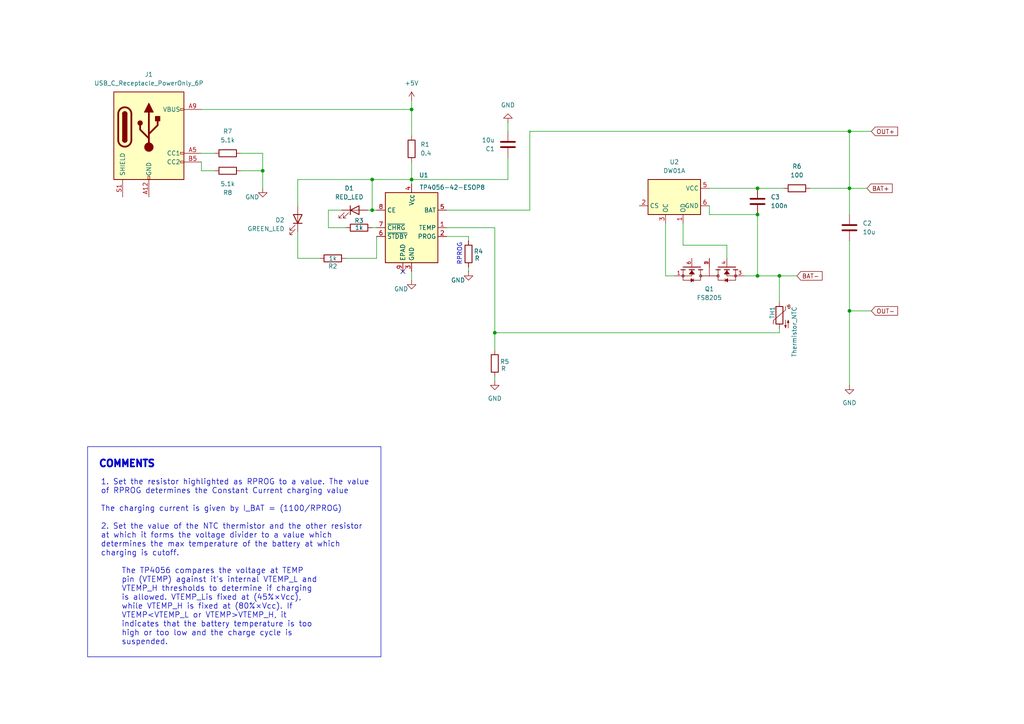
<source format=kicad_sch>
(kicad_sch (version 20250114) (generator "eeschema") (generator_version "9.0")
  (paper "A4")
  (title_block (title "TP4056_application_circuit") (date "2025-09-10") (rev "0.1.0") (company "Stan's Technologies"))
  (lib_symbols
    (symbol "Battery_Management:DW01A"
      (property "Reference" "U" (at -6.604 6.35 0))
      (property "Value" "DW01A" (at 4.318 6.604 0))
      (symbol "DW01A_0_1"
        (pin power_in line (at -10.16 2.54 0) (length 2.54) (name "VCC") (number "5"))
        (pin power_in line (at -10.16 -2.54 0) (length 2.54) (name "GND") (number "6"))
        (pin output line (at -2.54 -7.62 90) (length 2.54) (name "OD") (number "1"))
        (pin output line (at 2.54 -7.62 90) (length 2.54) (name "OC") (number "3"))
        (pin input line (at 10.16 -2.54 180) (length 2.54) (name "CS") (number "2"))
      )
      (symbol "DW01A_1_1"
        (rectangle (start -7.62 5.08) (end 7.62 -5.08) (stroke (width 0.254)) (fill (type background)))
        (pin no_connect line (at 10.16 2.54 180) (length 2.54) (hide yes) (name "TD") (number "4"))
      )
    )
    (symbol "Battery_Management:TP4056-42-ESOP8"
      (property "Reference" "U" (at -6.604 11.684 0))
      (property "Value" "TP4056-42-ESOP8" (at 10.16 11.684 0))
      (symbol "TP4056-42-ESOP8_1_0"
        (pin input line (at -10.16 5.08 0) (length 2.54) (name "CE") (number "8"))
        (pin open_collector line (at -10.16 0 0) (length 2.54) (name "~{CHRG}") (number "7"))
        (pin open_collector line (at -10.16 -2.54 0) (length 2.54) (name "~{STDBY}") (number "6"))
        (pin passive line (at -2.54 -12.7 90) (length 2.54) (name "EPAD") (number "9"))
        (pin power_in line (at 0 12.7 270) (length 2.54) (name "V_{CC}") (number "4"))
        (pin power_in line (at 0 -12.7 90) (length 2.54) (name "GND") (number "3"))
        (pin power_out line (at 10.16 5.08 180) (length 2.54) (name "BAT") (number "5"))
        (pin input line (at 10.16 0 180) (length 2.54) (name "TEMP") (number "1"))
        (pin passive line (at 10.16 -2.54 180) (length 2.54) (name "PROG") (number "2"))
      )
      (symbol "TP4056-42-ESOP8_1_1"
        (rectangle (start -7.62 10.16) (end 7.62 -10.16) (stroke (width 0.254)) (fill (type background)))
      )
    )
    (symbol "Connector:USB_C_Receptacle_PowerOnly_6P" (pin_names (offset 1.016))
      (property "Reference" "J" (at 0 16.51 0))
      (property "Value" "USB_C_Receptacle_PowerOnly_6P" (at 0 13.97 0))
      (symbol "USB_C_Receptacle_PowerOnly_6P_0_0"
        (rectangle (start -0.254 -12.7) (end 0.254 -11.684))
        (rectangle (start 10.16 7.874) (end 9.144 7.366))
        (rectangle (start 10.16 -4.826) (end 9.144 -5.334))
        (rectangle (start 10.16 -7.366) (end 9.144 -7.874))
      )
      (symbol "USB_C_Receptacle_PowerOnly_6P_0_1"
        (rectangle (start -10.16 12.7) (end 10.16 -12.7) (stroke (width 0.254)) (fill (type background)))
        (polyline (pts (xy -8.89 -1.27) (xy -8.89 6.35)) (stroke (width 0.508)))
        (rectangle (start -7.62 -1.27) (end -6.35 6.35) (stroke (width 0.254)) (fill (type outline)))
        (arc (start -7.62 6.35) (mid -6.985 6.9823) (end -6.35 6.35) (stroke (width 0.254)))
        (arc (start -7.62 6.35) (mid -6.985 6.9823) (end -6.35 6.35) (stroke (width 0.254)) (fill (type outline)))
        (arc (start -8.89 6.35) (mid -6.985 8.2467) (end -5.08 6.35) (stroke (width 0.508)))
        (arc (start -5.08 -1.27) (mid -6.985 -3.1667) (end -8.89 -1.27) (stroke (width 0.508)))
        (arc (start -6.35 -1.27) (mid -6.985 -1.9023) (end -7.62 -1.27) (stroke (width 0.254)))
        (arc (start -6.35 -1.27) (mid -6.985 -1.9023) (end -7.62 -1.27) (stroke (width 0.254)) (fill (type outline)))
        (polyline (pts (xy -5.08 6.35) (xy -5.08 -1.27)) (stroke (width 0.508)))
        (circle (center -2.54 3.683) (radius 0.635) (stroke (width 0.254)) (fill (type outline)))
        (polyline (pts (xy -1.27 6.858) (xy 0 9.398) (xy 1.27 6.858) (xy -1.27 6.858)) (stroke (width 0.254)) (fill (type outline)))
        (polyline (pts (xy 0 0.508) (xy 2.54 3.048) (xy 2.54 4.318)) (stroke (width 0.508)))
        (polyline (pts (xy 0 -0.762) (xy -2.54 1.778) (xy -2.54 3.048)) (stroke (width 0.508)))
        (polyline (pts (xy 0 -3.302) (xy 0 6.858)) (stroke (width 0.508)))
        (circle (center 0 -3.302) (radius 1.27) (fill (type outline)))
        (rectangle (start 1.905 4.318) (end 3.175 5.588) (stroke (width 0.254)) (fill (type outline)))
      )
      (symbol "USB_C_Receptacle_PowerOnly_6P_1_1"
        (pin passive line (at -7.62 -17.78 90) (length 5.08) (name "SHIELD") (number "S1"))
        (pin passive line (at 0 -17.78 90) (length 5.08) (name "GND") (number "A12"))
        (pin passive line (at 0 -17.78 90) (length 5.08) (hide yes) (name "GND") (number "B12"))
        (pin passive line (at 15.24 7.62 180) (length 5.08) (name "VBUS") (number "A9"))
        (pin passive line (at 15.24 7.62 180) (length 5.08) (hide yes) (name "VBUS") (number "B9"))
        (pin bidirectional line (at 15.24 -5.08 180) (length 5.08) (name "CC1") (number "A5"))
        (pin bidirectional line (at 15.24 -7.62 180) (length 5.08) (name "CC2") (number "B5"))
      )
    )
    (symbol "Device:C" (pin_numbers (hide yes)) (pin_names (offset 0.254))
      (property "Reference" "C" (at 0.635 2.54 0))
      (property "Value" "C" (at 0.635 -2.54 0))
      (symbol "C_0_1"
        (polyline (pts (xy -2.032 0.762) (xy 2.032 0.762)) (stroke (width 0.508)))
        (polyline (pts (xy -2.032 -0.762) (xy 2.032 -0.762)) (stroke (width 0.508)))
      )
      (symbol "C_1_1"
        (pin passive line (at 0 3.81 270) (length 2.794) (name "~") (number "1"))
        (pin passive line (at 0 -3.81 90) (length 2.794) (name "~") (number "2"))
      )
    )
    (symbol "Device:LED" (pin_numbers (hide yes)) (pin_names (offset 1.016) (hide yes))
      (property "Reference" "D" (at 0 2.54 0))
      (property "Value" "LED" (at 0 -2.54 0))
      (symbol "LED_0_1"
        (polyline (pts (xy -3.048 -0.762) (xy -4.572 -2.286) (xy -3.81 -2.286) (xy -4.572 -2.286) (xy -4.572 -1.524)))
        (polyline (pts (xy -1.778 -0.762) (xy -3.302 -2.286) (xy -2.54 -2.286) (xy -3.302 -2.286) (xy -3.302 -1.524)))
        (polyline (pts (xy -1.27 0) (xy 1.27 0)))
        (polyline (pts (xy -1.27 -1.27) (xy -1.27 1.27)) (stroke (width 0.254)))
        (polyline (pts (xy 1.27 -1.27) (xy 1.27 1.27) (xy -1.27 0) (xy 1.27 -1.27)) (stroke (width 0.254)))
      )
      (symbol "LED_1_1"
        (pin passive line (at -3.81 0 0) (length 2.54) (name "K") (number "1"))
        (pin passive line (at 3.81 0 180) (length 2.54) (name "A") (number "2"))
      )
    )
    (symbol "Device:R" (pin_numbers (hide yes)) (pin_names (offset 0))
      (property "Reference" "R" (at 2.032 0 90))
      (property "Value" "R" (at 0 0 90))
      (symbol "R_0_1"
        (rectangle (start -1.016 -2.54) (end 1.016 2.54) (stroke (width 0.254)))
      )
      (symbol "R_1_1"
        (pin passive line (at 0 3.81 270) (length 1.27) (name "~") (number "1"))
        (pin passive line (at 0 -3.81 90) (length 1.27) (name "~") (number "2"))
      )
    )
    (symbol "Device:Thermistor_NTC" (pin_numbers (hide yes)) (pin_names (offset 0))
      (property "Reference" "TH" (at -4.445 0 90))
      (property "Value" "Thermistor_NTC" (at 3.175 0 90))
      (symbol "Thermistor_NTC_0_1"
        (arc (start -3.175 2.413) (mid -3.0506 2.3165) (end -3.048 2.159))
        (arc (start -3.048 2.794) (mid -2.9736 2.9736) (end -2.794 3.048))
        (arc (start -2.794 3.048) (mid -2.6144 2.9736) (end -2.54 2.794))
        (arc (start -2.794 2.54) (mid -2.9736 2.6144) (end -3.048 2.794))
        (arc (start -2.794 1.905) (mid -2.9736 1.9794) (end -3.048 2.159))
        (arc (start -2.54 2.159) (mid -2.6144 1.9794) (end -2.794 1.905))
        (arc (start -2.159 2.794) (mid -2.434 2.5608) (end -2.794 2.54))
        (polyline (pts (xy -2.54 2.159) (xy -2.54 2.794)))
        (polyline (pts (xy -2.54 -3.683) (xy -2.54 -1.397) (xy -2.794 -2.159) (xy -2.286 -2.159) (xy -2.54 -1.397) (xy -2.54 -1.651)) (fill (type outline)))
        (polyline (pts (xy -1.778 2.54) (xy -1.778 1.524) (xy 1.778 -1.524) (xy 1.778 -2.54)))
        (polyline (pts (xy -1.778 -1.397) (xy -1.778 -3.683) (xy -2.032 -2.921) (xy -1.524 -2.921) (xy -1.778 -3.683) (xy -1.778 -3.429)) (fill (type outline)))
        (rectangle (start -1.016 2.54) (end 1.016 -2.54) (stroke (width 0.254)))
      )
      (symbol "Thermistor_NTC_1_1"
        (pin passive line (at 0 3.81 270) (length 1.27) (name "~") (number "1"))
        (pin passive line (at 0 -3.81 90) (length 1.27) (name "~") (number "2"))
      )
    )
    (symbol "FS8205:FS8205" (pin_names (offset 1.016))
      (property "Reference" "Q" (at 2.54 2.286 0))
      (property "Value" "FS8205" (at 2.54 -2.032 0))
      (symbol "FS8205_0_0"
        (polyline (pts (xy -2.54 2.54) (xy -2.54 7.62)) (stroke (width 0.254)))
        (polyline (pts (xy -2.54 0) (xy 0 0)) (stroke (width 0.1524)))
        (polyline (pts (xy -2.54 -2.54) (xy -2.54 -7.62)) (stroke (width 0.254)))
        (polyline (pts (xy -1.778 7.62) (xy -1.778 8.255)) (stroke (width 0.254)))
        (polyline (pts (xy -1.778 6.985) (xy -1.778 7.62)) (stroke (width 0.254)))
        (polyline (pts (xy -1.778 5.08) (xy -1.778 5.842)) (stroke (width 0.254)))
        (polyline (pts (xy -1.778 5.08) (xy 0 5.08)) (stroke (width 0.1524)))
        (polyline (pts (xy -1.778 4.318) (xy -1.778 5.08)) (stroke (width 0.254)))
        (polyline (pts (xy -1.778 2.54) (xy -1.778 3.175)) (stroke (width 0.254)))
        (polyline (pts (xy -1.778 2.54) (xy 0 2.54)) (stroke (width 0.1524)))
        (polyline (pts (xy -1.778 1.905) (xy -1.778 2.54)) (stroke (width 0.254)))
        (polyline (pts (xy -1.778 -1.905) (xy -1.778 -2.54)) (stroke (width 0.254)))
        (polyline (pts (xy -1.778 -2.54) (xy -1.778 -3.175)) (stroke (width 0.254)))
        (polyline (pts (xy -1.778 -2.54) (xy 0 -2.54)) (stroke (width 0.1524)))
        (polyline (pts (xy -1.778 -4.318) (xy -1.778 -5.08)) (stroke (width 0.254)))
        (polyline (pts (xy -1.778 -5.08) (xy -1.778 -5.842)) (stroke (width 0.254)))
        (polyline (pts (xy -1.778 -5.08) (xy 0 -5.08)) (stroke (width 0.1524)))
        (polyline (pts (xy -1.778 -6.985) (xy -1.778 -7.62)) (stroke (width 0.254)))
        (polyline (pts (xy -1.778 -7.62) (xy -1.778 -8.255)) (stroke (width 0.254)))
        (polyline (pts (xy -1.524 5.08) (xy -0.508 4.318) (xy -0.508 5.842) (xy -1.524 5.08)) (stroke (width 0.1524)) (fill (type outline)))
        (polyline (pts (xy -1.524 -5.08) (xy -0.508 -4.318) (xy -0.508 -5.842) (xy -1.524 -5.08)) (stroke (width 0.1524)) (fill (type outline)))
        (circle (center 0 7.62) (radius 0.3592))
        (polyline (pts (xy 0 7.62) (xy -1.778 7.62)) (stroke (width 0.1524)))
        (polyline (pts (xy 0 7.62) (xy 1.27 7.62)) (stroke (width 0.1524)))
        (polyline (pts (xy 0 5.08) (xy 0 7.62)) (stroke (width 0.1524)))
        (circle (center 0 2.54) (radius 0.3592))
        (polyline (pts (xy 0 2.54) (xy 0 0)) (stroke (width 0.1778)))
        (polyline (pts (xy 0 2.54) (xy 1.27 2.54)) (stroke (width 0.1524)))
        (polyline (pts (xy 0 0) (xy 0 -2.54)) (stroke (width 0.1778)))
        (polyline (pts (xy 0 -2.54) (xy 1.27 -2.54)) (stroke (width 0.1524)))
        (circle (center 0 -2.54) (radius 0.3592))
        (polyline (pts (xy 0 -5.08) (xy 0 -7.62)) (stroke (width 0.1524)))
        (polyline (pts (xy 0 -7.62) (xy -1.778 -7.62)) (stroke (width 0.1524)))
        (polyline (pts (xy 0 -7.62) (xy 1.27 -7.62)) (stroke (width 0.1524)))
        (circle (center 0 -7.62) (radius 0.3592))
        (polyline (pts (xy 1.27 4.572) (xy 0.762 4.572)) (stroke (width 0.1524)))
        (polyline (pts (xy 1.27 4.572) (xy 1.27 7.62)) (stroke (width 0.1524)))
        (polyline (pts (xy 1.27 4.572) (xy 0.762 5.334) (xy 1.778 5.334) (xy 1.27 4.572)) (stroke (width 0.1524)) (fill (type outline)))
        (polyline (pts (xy 1.27 2.54) (xy 1.27 4.572)) (stroke (width 0.1524)))
        (polyline (pts (xy 1.27 -2.54) (xy 1.27 -4.572)) (stroke (width 0.1524)))
        (polyline (pts (xy 1.27 -4.572) (xy 0.762 -4.572)) (stroke (width 0.1524)))
        (polyline (pts (xy 1.27 -4.572) (xy 1.27 -7.62)) (stroke (width 0.1524)))
        (polyline (pts (xy 1.27 -4.572) (xy 0.762 -5.334) (xy 1.778 -5.334) (xy 1.27 -4.572)) (stroke (width 0.1524)) (fill (type outline)))
        (polyline (pts (xy 1.778 4.572) (xy 1.27 4.572)) (stroke (width 0.1524)))
        (polyline (pts (xy 1.778 -4.572) (xy 1.27 -4.572)) (stroke (width 0.1524)))
        (pin passive line (at -5.08 5.08 0) (length 2.54) (name "~") (number "4"))
        (pin passive line (at -5.08 0 0) (length 2.54) (name "~") (number "2"))
        (pin passive line (at -5.08 0 0) (length 2.54) (name "~") (number "5"))
        (pin passive line (at -5.08 -5.08 0) (length 2.54) (name "~") (number "6"))
        (pin passive line (at 0 10.16 270) (length 2.54) (name "~") (number "3"))
        (pin passive line (at 0 -10.16 90) (length 2.54) (name "~") (number "1"))
      )
    )
    (symbol "power:+5V" (power) (pin_numbers (hide yes)) (pin_names (offset 0) (hide yes))
      (property "Value" "+5V" (at 0 3.556 0))
      (symbol "+5V_0_1"
        (polyline (pts (xy -0.762 1.27) (xy 0 2.54)))
        (polyline (pts (xy 0 2.54) (xy 0.762 1.27)))
        (polyline (pts (xy 0 0) (xy 0 2.54)))
      )
      (symbol "+5V_1_1"
        (pin power_in line (at 0 0 90) (length 0) (name "~") (number "1"))
      )
    )
    (symbol "power:GND" (power) (pin_numbers (hide yes)) (pin_names (offset 0) (hide yes))
      (property "Value" "GND" (at 0 -3.81 0))
      (symbol "GND_0_1"
        (polyline (pts (xy 0 0) (xy 0 -1.27) (xy 1.27 -1.27) (xy 0 -2.54) (xy -1.27 -1.27) (xy 0 -1.27)))
      )
      (symbol "GND_1_1"
        (pin power_in line (at 0 0 270) (length 0) (name "~") (number "1"))
      )
    )
  )
  (rectangle (start 25.4 129.54) (end 110.49 190.5))
  (text "COMMENTS" (at 36.83 134.62 0) (effects (font (size 2 2) (thickness 0.8) (bold yes))))
  (text "RPROG" (at 133.35 73.66 90) (effects (font (size 1.27 1.27))))
  (text "1. Set the resistor highlighted as RPROG to a value. The value \nof RPROG determines the Constant Current charging value\n\nThe charging current is given by I_BAT = (1100/RPROG)\n\n2. Set the value of the NTC thermistor and the other resistor \nat which it forms the voltage divider to a value which \ndetermines the max temperature of the battery at which \ncharging is cutoff.\n\n	The TP4056 compares the voltage at TEMP\n	pin (VTEMP) against it's internal VTEMP_L and\n	VTEMP_H thresholds to determine if charging\n	is allowed. VTEMP_Lis fixed at (45%×Vcc),\n	while VTEMP_H is fixed at (80%×Vcc). If\n	VTEMP<VTEMP_L or VTEMP>VTEMP_H, it\n	indicates that the battery temperature is too\n	high or too low and the charge cycle is\n	suspended." (at 29.21 163.068 0) (effects (font (size 1.6 1.6) (thickness 0.1588)) (justify left)))
  (junction (at 246.38 54.61))
  (junction (at 219.71 62.23))
  (junction (at 226.06 80.01))
  (junction (at 246.38 38.1))
  (junction (at 76.2 49.53))
  (junction (at 119.38 31.75))
  (junction (at 107.95 52.07))
  (junction (at 246.38 90.17))
  (junction (at 219.71 54.61))
  (junction (at 107.95 60.96))
  (junction (at 219.71 80.01))
  (junction (at 143.51 96.52))
  (junction (at 119.38 52.07))
  (no_connect (at 116.84 78.74))
  (wire (pts (xy 198.12 71.12) (xy 210.82 71.12)))
  (wire (pts (xy 246.38 54.61) (xy 251.46 54.61)))
  (wire (pts (xy 109.22 74.93) (xy 109.22 68.58)))
  (wire (pts (xy 86.36 52.07) (xy 107.95 52.07)))
  (wire (pts (xy 219.71 80.01) (xy 226.06 80.01)))
  (wire (pts (xy 205.74 62.23) (xy 219.71 62.23)))
  (wire (pts (xy 69.85 49.53) (xy 76.2 49.53)))
  (wire (pts (xy 219.71 54.61) (xy 227.33 54.61)))
  (wire (pts (xy 119.38 29.21) (xy 119.38 31.75)))
  (wire (pts (xy 193.04 64.77) (xy 193.04 80.01)))
  (wire (pts (xy 86.36 67.31) (xy 86.36 74.93)))
  (wire (pts (xy 226.06 95.25) (xy 226.06 96.52)))
  (wire (pts (xy 210.82 71.12) (xy 210.82 74.93)))
  (wire (pts (xy 119.38 31.75) (xy 119.38 39.37)))
  (wire (pts (xy 246.38 54.61) (xy 246.38 62.23)))
  (wire (pts (xy 58.42 46.99) (xy 58.42 49.53)))
  (wire (pts (xy 246.38 38.1) (xy 153.67 38.1)))
  (wire (pts (xy 246.38 38.1) (xy 246.38 54.61)))
  (wire (pts (xy 58.42 49.53) (xy 62.23 49.53)))
  (wire (pts (xy 198.12 64.77) (xy 198.12 71.12)))
  (wire (pts (xy 226.06 96.52) (xy 143.51 96.52)))
  (wire (pts (xy 95.25 66.04) (xy 100.33 66.04)))
  (wire (pts (xy 119.38 52.07) (xy 147.32 52.07)))
  (wire (pts (xy 119.38 46.99) (xy 119.38 52.07)))
  (wire (pts (xy 129.54 66.04) (xy 143.51 66.04)))
  (wire (pts (xy 226.06 80.01) (xy 231.14 80.01)))
  (wire (pts (xy 107.95 60.96) (xy 109.22 60.96)))
  (wire (pts (xy 246.38 90.17) (xy 246.38 111.76)))
  (wire (pts (xy 219.71 62.23) (xy 219.71 80.01)))
  (wire (pts (xy 143.51 109.22) (xy 143.51 110.49)))
  (wire (pts (xy 143.51 96.52) (xy 143.51 101.6)))
  (wire (pts (xy 95.25 60.96) (xy 95.25 66.04)))
  (wire (pts (xy 129.54 60.96) (xy 153.67 60.96)))
  (wire (pts (xy 119.38 78.74) (xy 119.38 81.28)))
  (wire (pts (xy 107.95 52.07) (xy 107.95 60.96)))
  (wire (pts (xy 252.73 38.1) (xy 246.38 38.1)))
  (wire (pts (xy 215.9 80.01) (xy 219.71 80.01)))
  (wire (pts (xy 193.04 80.01) (xy 195.58 80.01)))
  (wire (pts (xy 252.73 90.17) (xy 246.38 90.17)))
  (wire (pts (xy 143.51 96.52) (xy 143.51 66.04)))
  (wire (pts (xy 147.32 45.72) (xy 147.32 52.07)))
  (wire (pts (xy 76.2 44.45) (xy 76.2 49.53)))
  (wire (pts (xy 135.89 77.47) (xy 135.89 78.74)))
  (wire (pts (xy 99.06 60.96) (xy 95.25 60.96)))
  (wire (pts (xy 205.74 54.61) (xy 219.71 54.61)))
  (wire (pts (xy 119.38 53.34) (xy 119.38 52.07)))
  (wire (pts (xy 86.36 59.69) (xy 86.36 52.07)))
  (wire (pts (xy 226.06 80.01) (xy 226.06 87.63)))
  (wire (pts (xy 58.42 44.45) (xy 62.23 44.45)))
  (wire (pts (xy 119.38 52.07) (xy 107.95 52.07)))
  (wire (pts (xy 135.89 68.58) (xy 129.54 68.58)))
  (wire (pts (xy 106.68 60.96) (xy 107.95 60.96)))
  (wire (pts (xy 100.33 74.93) (xy 109.22 74.93)))
  (wire (pts (xy 58.42 31.75) (xy 119.38 31.75)))
  (wire (pts (xy 135.89 69.85) (xy 135.89 68.58)))
  (wire (pts (xy 76.2 49.53) (xy 76.2 54.61)))
  (wire (pts (xy 153.67 38.1) (xy 153.67 60.96)))
  (wire (pts (xy 147.32 38.1) (xy 147.32 35.56)))
  (wire (pts (xy 246.38 69.85) (xy 246.38 90.17)))
  (wire (pts (xy 86.36 74.93) (xy 92.71 74.93)))
  (wire (pts (xy 205.74 59.69) (xy 205.74 62.23)))
  (wire (pts (xy 69.85 44.45) (xy 76.2 44.45)))
  (wire (pts (xy 234.95 54.61) (xy 246.38 54.61)))
  (wire (pts (xy 107.95 66.04) (xy 109.22 66.04)))
  (global_label "BAT+" (shape input) (at 251.46 54.61 0) (property "Intersheetrefs" "${INTERSHEET_REFS}" (effects (hide yes))))
  (global_label "BAT-" (shape input) (at 231.14 80.01 0) (property "Intersheetrefs" "${INTERSHEET_REFS}" (effects (hide yes))))
  (global_label "OUT-" (shape input) (at 252.73 90.17 0) (property "Intersheetrefs" "${INTERSHEET_REFS}" (effects (hide yes))))
  (global_label "OUT+" (shape input) (at 252.73 38.1 0) (property "Intersheetrefs" "${INTERSHEET_REFS}" (effects (hide yes))))
  (symbol (lib_id "Device:R") (at 96.52 74.93 90) (mirror x) (unit 1)
    (property "Reference" "R2" (at 96.52 77.216 90))
    (property "Value" "1k" (at 96.52 74.93 90))
    (property "Description" "Resistor" (effects (hide yes)))
  )
  (symbol (lib_id "power:GND") (at 135.89 78.74 0) (unit 1)
    (property "Reference" "#PWR03" (effects (hide yes)))
    (property "Value" "GND" (at 132.842 81.28 0))
    (property "Description" "Power symbol creates a global label with name \"GND\" , ground" (effects (hide yes)))
  )
  (symbol (lib_id "power:GND") (at 119.38 81.28 0) (unit 1)
    (property "Reference" "#PWR07" (effects (hide yes)))
    (property "Value" "GND" (at 116.332 83.82 0))
    (property "Description" "Power symbol creates a global label with name \"GND\" , ground" (effects (hide yes)))
  )
  (symbol (lib_id "power:GND") (at 76.2 54.61 0) (unit 1)
    (property "Reference" "#PWR06" (effects (hide yes)))
    (property "Value" "GND" (at 73.152 57.15 0))
    (property "Description" "Power symbol creates a global label with name \"GND\" , ground" (effects (hide yes)))
  )
  (symbol (lib_id "Device:R") (at 143.51 105.41 0) (unit 1)
    (property "Reference" "R5" (at 145.034 104.902 0) (effects (justify left)))
    (property "Value" "R" (at 145.288 106.934 0) (effects (justify left)))
    (property "Description" "Resistor" (effects (hide yes)))
  )
  (symbol (lib_id "Device:Thermistor_NTC") (at 226.06 91.44 0) (mirror y) (unit 1)
    (property "Reference" "TH1" (at 224.028 90.678 90))
    (property "Value" "Thermistor_NTC" (at 230.378 96.266 90))
    (property "Description" "Temperature dependent resistor, negative temperature coefficient" (effects (hide yes)))
  )
  (symbol (lib_id "Connector:USB_C_Receptacle_PowerOnly_6P") (at 43.18 39.37 0) (unit 1)
    (property "Reference" "J1" (at 43.18 21.59 0))
    (property "Value" "USB_C_Receptacle_PowerOnly_6P" (at 43.18 24.13 0))
    (property "Datasheet" "https://www.usb.org/sites/default/files/documents/usb_type-c.zip" (effects (hide yes)))
    (property "Description" "USB Power-Only 6P Type-C Receptacle connector" (effects (hide yes)))
  )
  (symbol (lib_id "Device:R") (at 119.38 43.18 0) (unit 1)
    (property "Reference" "R1" (at 121.92 41.9099 0) (effects (justify left)))
    (property "Value" "0.4" (at 121.92 44.4499 0) (effects (justify left)))
    (property "Description" "Resistor" (effects (hide yes)))
  )
  (symbol (lib_id "power:GND") (at 143.51 110.49 0) (unit 1)
    (property "Reference" "#PWR04" (effects (hide yes)))
    (property "Value" "GND" (at 143.51 115.57 0))
    (property "Description" "Power symbol creates a global label with name \"GND\" , ground" (effects (hide yes)))
  )
  (symbol (lib_id "power:GND") (at 246.38 111.76 0) (unit 1)
    (property "Reference" "#PWR05" (effects (hide yes)))
    (property "Value" "GND" (at 246.38 116.84 0))
    (property "Description" "Power symbol creates a global label with name \"GND\" , ground" (effects (hide yes)))
  )
  (symbol (lib_id "Device:R") (at 66.04 44.45 270) (unit 1)
    (property "Reference" "R7" (at 66.04 38.1 90))
    (property "Value" "5.1k" (at 66.04 40.64 90))
    (property "Description" "Resistor" (effects (hide yes)))
  )
  (symbol (lib_id "Device:C") (at 219.71 58.42 0) (unit 1)
    (property "Reference" "C3" (at 223.52 57.1499 0) (effects (justify left)))
    (property "Value" "100n" (at 223.52 59.6899 0) (effects (justify left)))
    (property "Description" "Unpolarized capacitor" (effects (hide yes)))
  )
  (symbol (lib_id "Device:R") (at 231.14 54.61 90) (unit 1)
    (property "Reference" "R6" (at 231.14 48.26 90))
    (property "Value" "100" (at 231.14 50.8 90))
    (property "Description" "Resistor" (effects (hide yes)))
  )
  (symbol (lib_id "Device:R") (at 104.14 66.04 90) (mirror x) (unit 1)
    (property "Reference" "R3" (at 104.14 64.008 90))
    (property "Value" "1k" (at 104.14 66.04 90))
    (property "Description" "Resistor" (effects (hide yes)))
  )
  (symbol (lib_id "Device:LED") (at 102.87 60.96 0) (unit 1)
    (property "Reference" "D1" (at 101.2825 54.61 0))
    (property "Value" "RED_LED" (at 101.2825 57.15 0))
    (property "Description" "Light emitting diode" (effects (hide yes)))
    (property "Sim.Pins" "1=K 2=A" (effects (hide yes)))
  )
  (symbol (lib_id "power:GND") (at 147.32 35.56 180) (unit 1)
    (property "Reference" "#PWR02" (effects (hide yes)))
    (property "Value" "GND" (at 147.32 30.48 0))
    (property "Description" "Power symbol creates a global label with name \"GND\" , ground" (effects (hide yes)))
  )
  (symbol (lib_id "Device:C") (at 246.38 66.04 0) (unit 1)
    (property "Reference" "C2" (at 250.19 64.7699 0) (effects (justify left)))
    (property "Value" "10u" (at 250.19 67.3099 0) (effects (justify left)))
    (property "Description" "Unpolarized capacitor" (effects (hide yes)))
  )
  (symbol (lib_id "Device:R") (at 135.89 73.66 0) (unit 1)
    (property "Reference" "R4" (at 137.414 72.898 0) (effects (justify left)))
    (property "Value" "R" (at 137.668 74.93 0) (effects (justify left)))
    (property "Description" "Resistor" (effects (hide yes)))
  )
  (symbol (lib_id "Device:R") (at 66.04 49.53 270) (mirror x) (unit 1)
    (property "Reference" "R8" (at 66.04 55.88 90))
    (property "Value" "5.1k" (at 66.04 53.34 90))
    (property "Description" "Resistor" (effects (hide yes)))
  )
  (symbol (lib_id "Battery_Management:TP4056-42-ESOP8") (at 119.38 66.04 0) (unit 1)
    (property "Reference" "U1" (at 121.5233 50.8 0) (effects (justify left)))
    (property "Value" "TP4056-42-ESOP8" (at 121.666 54.356 0) (effects (justify left)))
    (property "Footprint" "Package_SO:SOIC-8-1EP_3.9x4.9mm_P1.27mm_EP2.41x3.3mm_ThermalVias" (effects (hide yes)))
    (property "Datasheet" "https://www.lcsc.com/datasheet/lcsc_datasheet_2410121619_TOPPOWER-Nanjing-Extension-Microelectronics-TP4056-42-ESOP8_C16581.pdf" (effects (hide yes)))
    (property "Description" "1A Standalone Linear Li-ion/LiPo single-cell battery charger, 4.2V ±1% charge voltage, VCC = 4.0..8.0V, SOIC-8 (SOP-8)" (effects (hide yes)))
  )
  (symbol (lib_id "power:+5V") (at 119.38 29.21 0) (unit 1)
    (property "Reference" "#PWR01" (effects (hide yes)))
    (property "Value" "+5V" (at 119.38 24.13 0))
    (property "Description" "Power symbol creates a global label with name \"+5V\"" (effects (hide yes)))
  )
  (symbol (lib_id "Device:LED") (at 86.36 63.5 270) (mirror x) (unit 1)
    (property "Reference" "D2" (at 82.55 63.8174 90) (effects (justify right)))
    (property "Value" "GREEN_LED" (at 82.55 66.3574 90) (effects (justify right)))
    (property "Description" "Light emitting diode" (effects (hide yes)))
    (property "Sim.Pins" "1=K 2=A" (effects (hide yes)))
  )
  (symbol (lib_id "Battery_Management:DW01A") (at 195.58 57.15 0) (mirror y) (unit 1)
    (property "Reference" "U2" (at 195.58 46.99 0))
    (property "Value" "DW01A" (at 195.58 49.53 0))
    (property "Footprint" "Package_TO_SOT_SMD:SOT-23-6" (effects (hide yes)))
    (property "Datasheet" "https://hmsemi.com/downfile/DW01A.PDF" (effects (hide yes)))
    (property "Description" "Overcharge, overcurrent and overdischarge protection IC for single cell lithium-ion/polymer battery" (effects (hide yes)))
  )
  (symbol (lib_id "FS8205:FS8205") (at 205.74 80.01 270) (unit 1)
    (property "Reference" "Q1" (at 205.74 83.82 90))
    (property "Value" "FS8205" (at 205.74 86.36 90))
    (property "Footprint" "FS8205:SOT95P280X145-6N" (effects (hide yes)))
    (property "MF" "Fortune Semiconductor" (effects (hide yes)))
    (property "MAXIMUM_PACKAGE_HEIGHT" "1.45mm" (effects (hide yes)))
    (property "Package" "Package" (effects (hide yes)))
    (property "Price" "None" (effects (hide yes)))
    (property "Check_prices" "https://www.snapeda.com/parts/FS8205/Fortune+Semiconductor/view-part/?ref=eda" (effects (hide yes)))
    (property "STANDARD" "IPC-7351B" (effects (hide yes)))
    (property "PARTREV" "1.9" (effects (hide yes)))
    (property "SnapEDA_Link" "https://www.snapeda.com/parts/FS8205/Fortune+Semiconductor/view-part/?ref=snap" (effects (hide yes)))
    (property "MP" "FS8205" (effects (hide yes)))
    (property "Description_1" "Dual N-Channel Enhancement Mode Power MOSFET" (effects (hide yes)))
    (property "Availability" "In Stock" (effects (hide yes)))
    (property "MANUFACTURER" "Fortune" (effects (hide yes)))
  )
  (symbol (lib_id "Device:C") (at 147.32 41.91 180) (unit 1)
    (property "Reference" "C1" (at 143.51 43.1801 0) (effects (justify left)))
    (property "Value" "10u" (at 143.51 40.6401 0) (effects (justify left)))
    (property "Description" "Unpolarized capacitor" (effects (hide yes)))
  )
)
</source>
